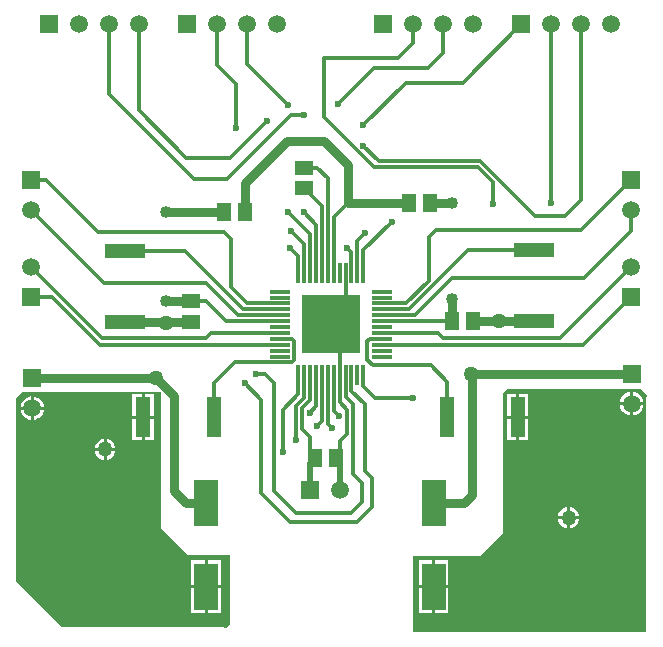
<source format=gtl>
%FSTAX24Y24*%
%MOIN*%
%SFA1B1*%

%IPPOS*%
%ADD10R,0.078740X0.157480*%
%ADD11R,0.059060X0.049210*%
%ADD12R,0.049210X0.059060*%
%ADD13R,0.196850X0.196850*%
%ADD14R,0.011810X0.066930*%
%ADD15R,0.066930X0.011810*%
%ADD16R,0.051180X0.135830*%
%ADD17R,0.135830X0.051180*%
%ADD18C,0.011810*%
%ADD19C,0.030000*%
%ADD20C,0.020000*%
%ADD21R,0.059060X0.059060*%
%ADD22C,0.059060*%
%ADD23R,0.059060X0.059060*%
%ADD24C,0.023620*%
%ADD25C,0.050000*%
%ADD26C,0.040000*%
%ADD27C,0.025980*%
%LNa3988_breakout-1*%
%LPD*%
G36*
X025575Y038971D02*
Y034456D01*
X026175Y033851*
X026475Y033548*
X027875*
Y031251*
X02775Y031125*
X0277*
X027675Y03115*
X022275*
X02075Y03269*
Y038798*
X02095Y039*
X025546*
X025575Y038971*
G37*
G36*
X0418Y038847D02*
X04175Y038797D01*
Y031*
X034*
Y033523*
X03625*
X037Y03428*
Y038847*
Y038948*
X037125Y039075*
X041575*
X0418Y038847*
G37*
%LNa3988_breakout-2*%
%LPC*%
G36*
X039125Y035146D02*
X039083Y035141D01*
X038998Y035105*
X038925Y035049*
X038869Y034976*
X038834Y034891*
X038828Y03485*
X039125*
Y035146*
G37*
G36*
X039521Y03475D02*
X039225D01*
Y034453*
X039266Y034459*
X039351Y034494*
X039424Y03455*
X03948Y034623*
X039516Y034708*
X039521Y03475*
G37*
G36*
X039125D02*
X038828D01*
X038834Y034708*
X038869Y034623*
X038925Y03455*
X038998Y034494*
X039083Y034459*
X039125Y034453*
Y03475*
G37*
G36*
X039225Y035146D02*
Y03485D01*
X039521*
X039516Y034891*
X03948Y034976*
X039424Y035049*
X039351Y035105*
X039266Y035141*
X039225Y035146*
G37*
G36*
X023675Y037421D02*
X023633Y037416D01*
X023548Y03738*
X023475Y037324*
X023419Y037251*
X023384Y037166*
X023378Y037125*
X023675*
Y037421*
G37*
G36*
X024071Y037025D02*
X023775D01*
Y036728*
X023816Y036734*
X023901Y036769*
X023974Y036825*
X02403Y036898*
X024066Y036983*
X024071Y037025*
G37*
G36*
X023675D02*
X023378D01*
X023384Y036983*
X023419Y036898*
X023475Y036825*
X023548Y036769*
X023633Y036734*
X023675Y036728*
Y037025*
G37*
G36*
X035168Y033389D02*
X034725D01*
Y032552*
X035168*
Y033389*
G37*
G36*
X034625Y032452D02*
X034181D01*
Y031615*
X034625*
Y032452*
G37*
G36*
X027593D02*
X02715D01*
Y031615*
X027593*
Y032452*
G37*
G36*
X02705D02*
X026606D01*
Y031615*
X02705*
Y032452*
G37*
G36*
X035168D02*
X034725D01*
Y031615*
X035168*
Y032452*
G37*
G36*
X034625Y033389D02*
X034181D01*
Y032552*
X034625*
Y033389*
G37*
G36*
X027593D02*
X02715D01*
Y032552*
X027593*
Y033389*
G37*
G36*
X02705D02*
X026606D01*
Y032552*
X02705*
Y033389*
G37*
G36*
X041225Y03855D02*
X040882D01*
X040889Y038496*
X040929Y0384*
X040993Y038318*
X041075Y038254*
X041171Y038214*
X041225Y038207*
Y03855*
G37*
G36*
X041667D02*
X041325D01*
Y038207*
X041378Y038214*
X041474Y038254*
X041556Y038318*
X04162Y0384*
X04166Y038496*
X041667Y03855*
G37*
G36*
X037431Y038929D02*
X037125D01*
Y0382*
X037431*
Y038929*
G37*
G36*
X037837D02*
X037531D01*
Y0382*
X037837*
Y038929*
G37*
G36*
X041225Y038992D02*
X041171Y038985D01*
X041075Y038945*
X040993Y038881*
X040929Y038799*
X040889Y038703*
X040882Y03865*
X041225*
Y038992*
G37*
G36*
X041325D02*
Y03865D01*
X041667*
X04166Y038703*
X04162Y038799*
X041556Y038881*
X041474Y038945*
X041378Y038985*
X041325Y038992*
G37*
G36*
X02125Y038842D02*
X021196Y038835D01*
X0211Y038795*
X021018Y038731*
X020954Y038649*
X020914Y038553*
X020907Y0385*
X02125*
Y038842*
G37*
G36*
X02135D02*
Y0385D01*
X021692*
X021685Y038553*
X021645Y038649*
X021581Y038731*
X021499Y038795*
X021403Y038835*
X02135Y038842*
G37*
G36*
X025349Y038929D02*
X025043D01*
Y0382*
X025349*
Y038929*
G37*
G36*
Y0381D02*
X025043D01*
Y03737*
X025349*
Y0381*
G37*
G36*
X037431D02*
X037125D01*
Y03737*
X037431*
Y0381*
G37*
G36*
X023775Y037421D02*
Y037125D01*
X024071*
X024066Y037166*
X02403Y037251*
X023974Y037324*
X023901Y03738*
X023816Y037416*
X023775Y037421*
G37*
G36*
X024943Y0381D02*
X024638D01*
Y03737*
X024943*
Y0381*
G37*
G36*
X021692Y0384D02*
X02135D01*
Y038057*
X021403Y038064*
X021499Y038104*
X021581Y038168*
X021645Y03825*
X021685Y038346*
X021692Y0384*
G37*
G36*
X024943Y038929D02*
X024638D01*
Y0382*
X024943*
Y038929*
G37*
G36*
X037837Y0381D02*
X037531D01*
Y03737*
X037837*
Y0381*
G37*
G36*
X02125Y0384D02*
X020907D01*
X020914Y038346*
X020954Y03825*
X021018Y038168*
X0211Y038104*
X021196Y038064*
X02125Y038057*
Y0384*
G37*
%LNa3988_breakout-3*%
%LPD*%
G54D10*
X0271Y032502D03*
Y035297D03*
X034675Y032502D03*
Y035297D03*
G54D11*
X03035Y046469D03*
Y04578D03*
X026575Y042019D03*
Y04133D03*
G54D12*
X033855Y0453D03*
X034544D03*
X028394Y045D03*
X027705D03*
X03073Y0368D03*
X031419D03*
X035305Y04135D03*
X035994D03*
G54D13*
X03125Y04125D03*
G54D14*
X030167Y042942D03*
X030364D03*
X030561D03*
X030757D03*
X030954D03*
X031151D03*
X031348D03*
X031545D03*
X031742D03*
X031939D03*
X032135D03*
X032332D03*
Y039557D03*
X032135D03*
X031939D03*
X031742D03*
X031545D03*
X031348D03*
X031151D03*
X030954D03*
X030757D03*
X030561D03*
X030364D03*
X030167D03*
G54D15*
X032942Y042332D03*
Y042135D03*
Y041939D03*
Y041742D03*
Y041545D03*
Y041348D03*
Y041151D03*
Y040954D03*
Y040757D03*
Y040561D03*
Y040364D03*
Y040167D03*
X029557D03*
Y040364D03*
Y040561D03*
Y040757D03*
Y040954D03*
Y041151D03*
Y041348D03*
Y041545D03*
Y041742D03*
Y041939D03*
Y042135D03*
Y042332D03*
G54D16*
X035118Y03815D03*
X037481D03*
X027356D03*
X024993D03*
G54D17*
X038025Y043706D03*
Y041343D03*
X0244Y043681D03*
Y041318D03*
G54D18*
X02745Y049875D02*
Y05125D01*
X026675Y0461D02*
X0278D01*
X029925Y048225D02*
X03035D01*
X0278Y0461D02*
X029925Y048225D01*
X02385Y048925D02*
X026675Y0461D01*
X02875Y039575D02*
X02905D01*
X02935Y039275*
Y035675D02*
Y039275D01*
Y035675D02*
X030075Y03495D01*
X030098Y037401D02*
X0301Y0374D01*
X030075Y03495D02*
X031925D01*
X0323Y035325*
Y03595*
X031996Y036253D02*
X0323Y03595D01*
X02845Y049925D02*
Y05125D01*
Y049925D02*
X029825Y04855D01*
X03565Y0493D02*
X0376Y05125D01*
X03375Y0493D02*
X03565D01*
X032325Y047875D02*
X03375Y0493D01*
X032325Y0472D02*
X03285Y046675D01*
X0386Y0453D02*
Y05125D01*
X0396Y0454D02*
Y05125D01*
X03905Y04485D02*
X0396Y0454D01*
X038052Y04485D02*
X03905D01*
X036227Y046675D02*
X038052Y04485D01*
X03285Y046675D02*
X036227D01*
X036146Y046478D02*
X03665Y045975D01*
X032685Y046478D02*
X036146D01*
X03665Y04525D02*
Y045975D01*
X0299Y043775D02*
X030167Y043507D01*
Y042942D02*
Y043507D01*
X029925Y04435D02*
X030364Y04391D01*
Y042942D02*
Y04391D01*
X029825Y045D02*
X030561Y044264D01*
Y042942D02*
Y044264D01*
X02385Y048925D02*
Y05125D01*
X03035Y044975D02*
X030757Y044567D01*
Y042942D02*
Y044567D01*
X031939Y039036D02*
X0324Y038575D01*
Y03635D02*
Y038575D01*
X031939Y039036D02*
Y039557D01*
X031348Y038351D02*
Y039557D01*
X032725Y0388D02*
X034D01*
X032332Y039192D02*
X032725Y0388D01*
X032332Y039192D02*
Y039557D01*
X030294Y037755D02*
X030561Y037489D01*
Y037069D02*
Y037489D01*
X030775Y03785D02*
X030954Y038029D01*
X030561Y037069D02*
X030755Y036875D01*
X032332Y043707D02*
X033275Y04465D01*
X032332Y042942D02*
Y043707D01*
X0244Y043681D02*
X026393D01*
X028332Y041742*
X029557*
X031348Y044823D02*
X031825Y0453D01*
X031348Y042942D02*
Y044823D01*
X0397Y0428D02*
X04125Y04435D01*
X0353Y0428D02*
X0397D01*
X034045Y041545D02*
X0353Y0428D01*
X035831Y043706D02*
X038025D01*
X033867Y041742D02*
X035831Y043706D01*
X032942Y041742D02*
X033867D01*
X034525Y0427D02*
Y04415D01*
X033764Y041939D02*
X034525Y0427D01*
X032942Y041939D02*
X033764D01*
X032942Y041545D02*
X034045D01*
X026575Y042019D02*
X02708D01*
X027751Y041348*
X029557*
X028154Y041545D02*
X029557D01*
X027075Y042625D02*
X028154Y041545D01*
X023675Y042625D02*
X027075D01*
X02125Y04505D02*
X023675Y042625D01*
X035118Y03815D02*
Y039331D01*
X034575Y039875D02*
X035118Y039331D01*
X032647Y039875D02*
X034575D01*
X032471Y040051D02*
X032647Y039875D01*
X032471Y040051D02*
Y040676D01*
X032551Y040757*
X032942*
X032942Y040757*
X029557D02*
X029947D01*
X030028Y040676*
Y040051D02*
Y040676D01*
X029948Y039971D02*
X030028Y040051D01*
X027675Y044325D02*
X027925Y044075D01*
X023475Y044325D02*
X027675D01*
X02175Y04605D02*
X023475Y044325D01*
X027925Y042475D02*
Y044075D01*
Y042475D02*
X028461Y041939D01*
X03475Y044375D02*
X039575D01*
X034525Y04415D02*
X03475Y044375D01*
X039575D02*
X04125Y04605D01*
Y04435D02*
Y04505D01*
X028461Y041939D02*
X029557D01*
X02125Y04605D02*
X02175D01*
X031151Y042942D02*
Y046123D01*
X030805Y046469D02*
X031151Y046123D01*
X03035Y046469D02*
X030805D01*
X03035Y04578D02*
X030954Y045175D01*
Y042942D02*
Y045175D01*
X029556Y040561D02*
X029557Y040561D01*
X021972Y04215D02*
X02356Y040561D01*
X02125Y04215D02*
X021972D01*
X02125Y04315D02*
X023625Y040775D01*
X027075*
X027254Y040954*
X029557*
X0389Y0408D02*
X04125Y04315D01*
X034975Y0408D02*
X0389D01*
X03482Y040954D02*
X034975Y0408D01*
X032942Y040954D02*
X03482D01*
X039661Y040561D02*
X04125Y04215D01*
X032942Y040561D02*
X039661D01*
X031419Y0368D02*
X03155Y036669D01*
X035303Y041348D02*
X035305Y04135D01*
X032942Y041348D02*
X035303D01*
X031419Y0368D02*
X031545Y036925D01*
Y039557D02*
Y040954D01*
X031742Y042152D02*
Y042942D01*
X0324Y03635D02*
X032625Y036125D01*
Y03515D02*
Y036125D01*
X032125Y03465D02*
X032625Y03515D01*
X0299Y03465D02*
X032125D01*
X028925Y035625D02*
X0299Y03465D01*
X028925Y035625D02*
Y038725D01*
X02356Y040561D02*
X029556D01*
X028046Y039971D02*
X029948D01*
X027356Y03815D02*
Y039281D01*
X028046Y039971*
X028375Y039275D02*
X028925Y038725D01*
X031939Y042942D02*
Y043661D01*
X0318Y0438D02*
X031939Y043661D01*
X02485Y048375D02*
Y05125D01*
X02745Y049875D02*
X028075Y04925D01*
Y047775D02*
Y04925D01*
X02485Y048375D02*
X026425Y0468D01*
X0279*
X029125Y048025*
X032135Y042942D02*
Y044035D01*
X032375Y044275*
X031025Y048139D02*
X032685Y046478D01*
X034Y050625D02*
Y05125D01*
X0335Y050125D02*
X034Y050625D01*
X031025Y048139D02*
Y050125D01*
X0335*
X0315Y0486D02*
X032675Y049775D01*
X034475*
X035Y0503*
Y05125*
X02965Y036975D02*
Y0384D01*
X030098Y037401D02*
Y038526D01*
X030294Y037755D02*
Y038444D01*
X02965Y0384D02*
X030167Y038917D01*
Y039557*
X030098Y038526D02*
X030364Y038791D01*
Y039557*
X030294Y038444D02*
X030561Y038711D01*
Y039557*
X03055Y0383D02*
X030757Y038507D01*
Y039557*
X030954Y038029D02*
Y039557D01*
X031348Y038351D02*
X031525Y038175D01*
X031545Y038654D02*
Y039557D01*
Y038654D02*
X0318Y0384D01*
X031996Y036253D02*
Y038578D01*
X031742Y038832D02*
Y039557D01*
Y038832D02*
X031996Y038578D01*
X031545Y036925D02*
Y037345D01*
X0318Y0376*
Y0384*
X031151Y037923D02*
Y039557D01*
Y037923D02*
X0313Y037775D01*
G54D19*
X03595Y03555D02*
Y0396D01*
X041275*
X035697Y035297D02*
X03595Y03555D01*
X028394Y045D02*
Y045969D01*
X029775Y04735*
X031025*
X031825Y04655*
Y0453D02*
Y04655D01*
Y0453D02*
X033855D01*
X026027Y035697D02*
Y038847D01*
Y035697D02*
X026427Y035297D01*
X0271*
X025425Y03945D02*
X026027Y038847D01*
X034675Y035297D02*
X035697D01*
X0213Y03945D02*
X025425D01*
X034544Y0453D02*
X0353D01*
X035305Y04135D02*
Y042094D01*
X03685Y04135D02*
X036856Y041343D01*
X038025*
X035994Y04135D02*
X03685D01*
X0277Y044994D02*
X027705Y045D01*
X025755Y044994D02*
X0277D01*
X025755Y042019D02*
X026575D01*
X0244Y041318D02*
X026563D01*
X026575Y04133*
G54D20*
X03055Y036619D02*
X03073Y0368D01*
X03055Y035725D02*
Y036619D01*
X03155Y035725D02*
Y036669D01*
G54D21*
X02125Y04215D03*
Y04605D03*
X04125D03*
Y04215D03*
X041275Y0396D03*
X0213Y03945D03*
G54D22*
X02125Y04315D03*
Y04505D03*
X04125D03*
Y04315D03*
X0406Y05125D03*
X0396D03*
X0386D03*
X036D03*
X035D03*
X034D03*
X02945D03*
X02845D03*
X02745D03*
X02485D03*
X02385D03*
X02285D03*
X041275Y0386D03*
X0213Y03845D03*
X03155Y035725D03*
G54D23*
X0376Y05125D03*
X033D03*
X02645D03*
X02185D03*
X03055Y035725D03*
G54D24*
X02875Y039575D03*
X0301Y0374D03*
X029825Y04855D03*
X032325Y047875D03*
Y0472D03*
X0386Y0453D03*
X02965Y036975D03*
X03665Y04525D03*
X030775Y03785D03*
X0299Y043775D03*
X029925Y04435D03*
X029825Y045D03*
X03035Y048225D03*
Y044975D03*
X03055Y0383D03*
X034Y0388D03*
X033275Y04465D03*
X028375Y039275D03*
X0318Y0438D03*
X028075Y047775D03*
X029125Y048025D03*
X032375Y044275D03*
X0315Y0486D03*
X031525Y038175D03*
X0313Y037775D03*
G54D25*
X035925Y039575D03*
X025425Y03945D03*
X03685Y04135D03*
X02575Y0413D03*
X039175Y0348D03*
X023725Y037075D03*
G54D26*
X0353Y0453D03*
X035305Y042094D03*
X025755Y044994D03*
Y042019D03*
G54D27*
X031958Y040541D03*
X031486D03*
X031013D03*
X030541D03*
X031958Y041013D03*
X031486D03*
X031013D03*
X030541D03*
X031958Y041486D03*
X031486D03*
X031013D03*
X030541D03*
X031958Y041958D03*
X031486D03*
X031013D03*
X030541D03*
M02*
</source>
